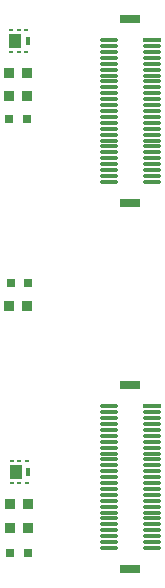
<source format=gtp>
G04 Layer_Color=8421504*
%FSLAX25Y25*%
%MOIN*%
G70*
G01*
G75*
%ADD10R,0.03150X0.03150*%
%ADD11R,0.03347X0.03347*%
%ADD12R,0.07087X0.03150*%
%ADD13R,0.06299X0.01181*%
%ADD14O,0.06299X0.01181*%
%ADD15R,0.03937X0.04724*%
%ADD16R,0.01575X0.00984*%
%ADD17R,0.01181X0.03110*%
D10*
X46654Y53583D02*
D03*
X40748D02*
D03*
X40774Y143622D02*
D03*
X46680D02*
D03*
X46260Y198071D02*
D03*
X40354D02*
D03*
D11*
X46752Y61811D02*
D03*
X40650D02*
D03*
X40256Y135827D02*
D03*
X46358D02*
D03*
X46752Y69882D02*
D03*
X40650D02*
D03*
X40256Y213583D02*
D03*
X46358D02*
D03*
X40256Y205709D02*
D03*
X46358D02*
D03*
D12*
X80709Y48032D02*
D03*
Y109449D02*
D03*
Y170079D02*
D03*
Y231496D02*
D03*
D13*
X87795Y102362D02*
D03*
Y224410D02*
D03*
D14*
Y100394D02*
D03*
Y98425D02*
D03*
Y96457D02*
D03*
Y94488D02*
D03*
Y92520D02*
D03*
Y90551D02*
D03*
Y88583D02*
D03*
Y86614D02*
D03*
Y84646D02*
D03*
Y82677D02*
D03*
Y80709D02*
D03*
Y78740D02*
D03*
Y76772D02*
D03*
Y74803D02*
D03*
Y72835D02*
D03*
Y70866D02*
D03*
Y68898D02*
D03*
Y66929D02*
D03*
Y64961D02*
D03*
Y62992D02*
D03*
Y61024D02*
D03*
Y59055D02*
D03*
Y57087D02*
D03*
Y55118D02*
D03*
X73622D02*
D03*
Y57087D02*
D03*
Y59055D02*
D03*
Y61024D02*
D03*
Y62992D02*
D03*
Y64961D02*
D03*
Y66929D02*
D03*
Y68898D02*
D03*
Y70866D02*
D03*
Y72835D02*
D03*
Y74803D02*
D03*
Y76772D02*
D03*
Y78740D02*
D03*
Y80709D02*
D03*
Y82677D02*
D03*
Y84646D02*
D03*
Y86614D02*
D03*
Y88583D02*
D03*
Y90551D02*
D03*
Y92520D02*
D03*
Y94488D02*
D03*
Y96457D02*
D03*
Y98425D02*
D03*
Y100394D02*
D03*
Y102362D02*
D03*
X87795Y222441D02*
D03*
Y220473D02*
D03*
Y218504D02*
D03*
Y216535D02*
D03*
Y214567D02*
D03*
Y212598D02*
D03*
Y210630D02*
D03*
Y208662D02*
D03*
Y206693D02*
D03*
Y204725D02*
D03*
Y202756D02*
D03*
Y200787D02*
D03*
Y198819D02*
D03*
Y196851D02*
D03*
Y194882D02*
D03*
Y192913D02*
D03*
Y190945D02*
D03*
Y188977D02*
D03*
Y187008D02*
D03*
Y185039D02*
D03*
Y183071D02*
D03*
Y181103D02*
D03*
Y179134D02*
D03*
Y177165D02*
D03*
X73622D02*
D03*
Y179134D02*
D03*
Y181103D02*
D03*
Y183071D02*
D03*
Y185039D02*
D03*
Y187008D02*
D03*
Y188977D02*
D03*
Y190945D02*
D03*
Y192913D02*
D03*
Y194882D02*
D03*
Y196851D02*
D03*
Y198819D02*
D03*
Y200787D02*
D03*
Y202756D02*
D03*
Y204725D02*
D03*
Y206693D02*
D03*
Y208662D02*
D03*
Y210630D02*
D03*
Y212598D02*
D03*
Y214567D02*
D03*
Y216535D02*
D03*
Y218504D02*
D03*
Y220473D02*
D03*
Y222441D02*
D03*
Y224410D02*
D03*
D15*
X42520Y80413D02*
D03*
X42362Y224016D02*
D03*
D16*
X41142Y84055D02*
D03*
X43701D02*
D03*
X46260D02*
D03*
Y76772D02*
D03*
X43701D02*
D03*
X41142D02*
D03*
X40984Y227658D02*
D03*
X43543D02*
D03*
X46102D02*
D03*
Y220374D02*
D03*
X43543D02*
D03*
X40984D02*
D03*
D17*
X46614Y80413D02*
D03*
X46457Y224016D02*
D03*
M02*

</source>
